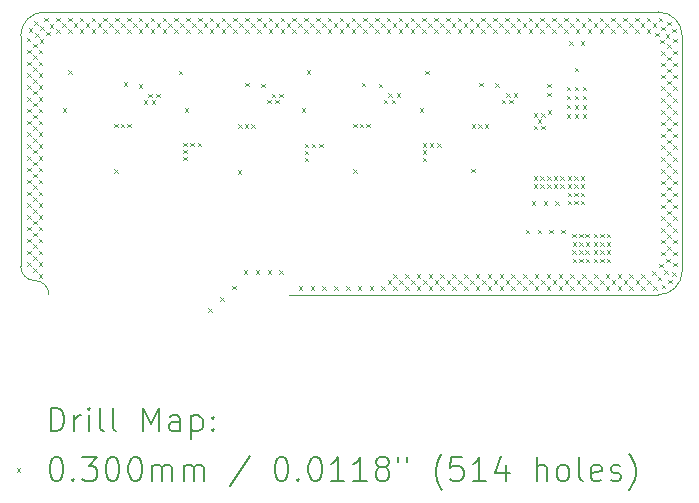
<source format=gbr>
%FSLAX45Y45*%
G04 Gerber Fmt 4.5, Leading zero omitted, Abs format (unit mm)*
G04 Created by KiCad (PCBNEW (6.0.4)) date 2022-07-06 17:36:03*
%MOMM*%
%LPD*%
G01*
G04 APERTURE LIST*
%TA.AperFunction,Profile*%
%ADD10C,0.050000*%
%TD*%
%ADD11C,0.200000*%
%ADD12C,0.030000*%
G04 APERTURE END LIST*
D10*
X6400000Y3394062D02*
X1200000Y3394062D01*
X6600062Y3194000D02*
X6600000Y1200000D01*
X3270000Y1000000D02*
X6399938Y999938D01*
X6600062Y3194000D02*
G75*
G03*
X6400000Y3394062I-200062J0D01*
G01*
X1200000Y3394062D02*
G75*
G03*
X999938Y3194000I0J-200062D01*
G01*
X999867Y1240133D02*
G75*
G03*
X1119933Y1120067I120063J-3D01*
G01*
X1239997Y1000000D02*
G75*
G03*
X1119933Y1120067I-120067J0D01*
G01*
X6399938Y999940D02*
G75*
G03*
X6600000Y1200000I2J200060D01*
G01*
X999938Y3194000D02*
X999867Y1240133D01*
D11*
D12*
X1052000Y3175000D02*
X1082000Y3145000D01*
X1082000Y3175000D02*
X1052000Y3145000D01*
X1054000Y3074000D02*
X1084000Y3044000D01*
X1084000Y3074000D02*
X1054000Y3044000D01*
X1054000Y2974000D02*
X1084000Y2944000D01*
X1084000Y2974000D02*
X1054000Y2944000D01*
X1054000Y2874000D02*
X1084000Y2844000D01*
X1084000Y2874000D02*
X1054000Y2844000D01*
X1054000Y2774000D02*
X1084000Y2744000D01*
X1084000Y2774000D02*
X1054000Y2744000D01*
X1054000Y2674000D02*
X1084000Y2644000D01*
X1084000Y2674000D02*
X1054000Y2644000D01*
X1054000Y2574000D02*
X1084000Y2544000D01*
X1084000Y2574000D02*
X1054000Y2544000D01*
X1054000Y2474000D02*
X1084000Y2444000D01*
X1084000Y2474000D02*
X1054000Y2444000D01*
X1054000Y2374000D02*
X1084000Y2344000D01*
X1084000Y2374000D02*
X1054000Y2344000D01*
X1054000Y2274000D02*
X1084000Y2244000D01*
X1084000Y2274000D02*
X1054000Y2244000D01*
X1054000Y2174000D02*
X1084000Y2144000D01*
X1084000Y2174000D02*
X1054000Y2144000D01*
X1054000Y2074000D02*
X1084000Y2044000D01*
X1084000Y2074000D02*
X1054000Y2044000D01*
X1054000Y1974000D02*
X1084000Y1944000D01*
X1084000Y1974000D02*
X1054000Y1944000D01*
X1054000Y1874000D02*
X1084000Y1844000D01*
X1084000Y1874000D02*
X1054000Y1844000D01*
X1054000Y1774000D02*
X1084000Y1744000D01*
X1084000Y1774000D02*
X1054000Y1744000D01*
X1054000Y1674000D02*
X1084000Y1644000D01*
X1084000Y1674000D02*
X1054000Y1644000D01*
X1054000Y1574000D02*
X1084000Y1544000D01*
X1084000Y1574000D02*
X1054000Y1544000D01*
X1054000Y1474000D02*
X1084000Y1444000D01*
X1084000Y1474000D02*
X1054000Y1444000D01*
X1054000Y1374000D02*
X1084000Y1344000D01*
X1084000Y1374000D02*
X1054000Y1344000D01*
X1054000Y1274000D02*
X1084000Y1244000D01*
X1084000Y1274000D02*
X1054000Y1244000D01*
X1070000Y3255000D02*
X1100000Y3225000D01*
X1100000Y3255000D02*
X1070000Y3225000D01*
X1104000Y3126000D02*
X1134000Y3096000D01*
X1134000Y3126000D02*
X1104000Y3096000D01*
X1104000Y3026000D02*
X1134000Y2996000D01*
X1134000Y3026000D02*
X1104000Y2996000D01*
X1104000Y2926000D02*
X1134000Y2896000D01*
X1134000Y2926000D02*
X1104000Y2896000D01*
X1104000Y2826000D02*
X1134000Y2796000D01*
X1134000Y2826000D02*
X1104000Y2796000D01*
X1104000Y2726000D02*
X1134000Y2696000D01*
X1134000Y2726000D02*
X1104000Y2696000D01*
X1104000Y2626000D02*
X1134000Y2596000D01*
X1134000Y2626000D02*
X1104000Y2596000D01*
X1104000Y2526000D02*
X1134000Y2496000D01*
X1134000Y2526000D02*
X1104000Y2496000D01*
X1104000Y2426000D02*
X1134000Y2396000D01*
X1134000Y2426000D02*
X1104000Y2396000D01*
X1104000Y2326000D02*
X1134000Y2296000D01*
X1134000Y2326000D02*
X1104000Y2296000D01*
X1104000Y2226000D02*
X1134000Y2196000D01*
X1134000Y2226000D02*
X1104000Y2196000D01*
X1104000Y2126000D02*
X1134000Y2096000D01*
X1134000Y2126000D02*
X1104000Y2096000D01*
X1104000Y2026000D02*
X1134000Y1996000D01*
X1134000Y2026000D02*
X1104000Y1996000D01*
X1104000Y1926000D02*
X1134000Y1896000D01*
X1134000Y1926000D02*
X1104000Y1896000D01*
X1104000Y1826000D02*
X1134000Y1796000D01*
X1134000Y1826000D02*
X1104000Y1796000D01*
X1104000Y1726000D02*
X1134000Y1696000D01*
X1134000Y1726000D02*
X1104000Y1696000D01*
X1104000Y1626000D02*
X1134000Y1596000D01*
X1134000Y1626000D02*
X1104000Y1596000D01*
X1104000Y1526000D02*
X1134000Y1496000D01*
X1134000Y1526000D02*
X1104000Y1496000D01*
X1104000Y1426000D02*
X1134000Y1396000D01*
X1134000Y1426000D02*
X1104000Y1396000D01*
X1104000Y1326000D02*
X1134000Y1296000D01*
X1134000Y1326000D02*
X1104000Y1296000D01*
X1104000Y1224000D02*
X1134000Y1194000D01*
X1134000Y1224000D02*
X1104000Y1194000D01*
X1115000Y3317000D02*
X1145000Y3287000D01*
X1145000Y3317000D02*
X1115000Y3287000D01*
X1121000Y3214000D02*
X1151000Y3184000D01*
X1151000Y3214000D02*
X1121000Y3184000D01*
X1154000Y3074000D02*
X1184000Y3044000D01*
X1184000Y3074000D02*
X1154000Y3044000D01*
X1154000Y2974000D02*
X1184000Y2944000D01*
X1184000Y2974000D02*
X1154000Y2944000D01*
X1154000Y2874000D02*
X1184000Y2844000D01*
X1184000Y2874000D02*
X1154000Y2844000D01*
X1154000Y2774000D02*
X1184000Y2744000D01*
X1184000Y2774000D02*
X1154000Y2744000D01*
X1154000Y2674000D02*
X1184000Y2644000D01*
X1184000Y2674000D02*
X1154000Y2644000D01*
X1154000Y2574000D02*
X1184000Y2544000D01*
X1184000Y2574000D02*
X1154000Y2544000D01*
X1154000Y2474000D02*
X1184000Y2444000D01*
X1184000Y2474000D02*
X1154000Y2444000D01*
X1154000Y2374000D02*
X1184000Y2344000D01*
X1184000Y2374000D02*
X1154000Y2344000D01*
X1154000Y2274000D02*
X1184000Y2244000D01*
X1184000Y2274000D02*
X1154000Y2244000D01*
X1154000Y2174000D02*
X1184000Y2144000D01*
X1184000Y2174000D02*
X1154000Y2144000D01*
X1154000Y2074000D02*
X1184000Y2044000D01*
X1184000Y2074000D02*
X1154000Y2044000D01*
X1154000Y1974000D02*
X1184000Y1944000D01*
X1184000Y1974000D02*
X1154000Y1944000D01*
X1154000Y1874000D02*
X1184000Y1844000D01*
X1184000Y1874000D02*
X1154000Y1844000D01*
X1154000Y1774000D02*
X1184000Y1744000D01*
X1184000Y1774000D02*
X1154000Y1744000D01*
X1154000Y1674000D02*
X1184000Y1644000D01*
X1184000Y1674000D02*
X1154000Y1644000D01*
X1154000Y1574000D02*
X1184000Y1544000D01*
X1184000Y1574000D02*
X1154000Y1544000D01*
X1154000Y1474000D02*
X1184000Y1444000D01*
X1184000Y1474000D02*
X1154000Y1444000D01*
X1154000Y1374000D02*
X1184000Y1344000D01*
X1184000Y1374000D02*
X1154000Y1344000D01*
X1154000Y1274000D02*
X1184000Y1244000D01*
X1184000Y1274000D02*
X1154000Y1244000D01*
X1154000Y1174000D02*
X1184000Y1144000D01*
X1184000Y1174000D02*
X1154000Y1144000D01*
X1163000Y3162000D02*
X1193000Y3132000D01*
X1193000Y3162000D02*
X1163000Y3132000D01*
X1165000Y3272000D02*
X1195000Y3242000D01*
X1195000Y3272000D02*
X1165000Y3242000D01*
X1201000Y3347000D02*
X1231000Y3317000D01*
X1231000Y3347000D02*
X1201000Y3317000D01*
X1214000Y3228000D02*
X1244000Y3198000D01*
X1244000Y3228000D02*
X1214000Y3198000D01*
X1244000Y3292000D02*
X1274000Y3262000D01*
X1274000Y3292000D02*
X1244000Y3262000D01*
X1301000Y3347000D02*
X1331000Y3317000D01*
X1331000Y3347000D02*
X1301000Y3317000D01*
X1301000Y3247000D02*
X1331000Y3217000D01*
X1331000Y3247000D02*
X1301000Y3217000D01*
X1351000Y3297000D02*
X1381000Y3267000D01*
X1381000Y3297000D02*
X1351000Y3267000D01*
X1357000Y2579000D02*
X1387000Y2549000D01*
X1387000Y2579000D02*
X1357000Y2549000D01*
X1401000Y3347000D02*
X1431000Y3317000D01*
X1431000Y3347000D02*
X1401000Y3317000D01*
X1401000Y3247000D02*
X1431000Y3217000D01*
X1431000Y3247000D02*
X1401000Y3217000D01*
X1403000Y2899000D02*
X1433000Y2869000D01*
X1433000Y2899000D02*
X1403000Y2869000D01*
X1451000Y3297000D02*
X1481000Y3267000D01*
X1481000Y3297000D02*
X1451000Y3267000D01*
X1501000Y3347000D02*
X1531000Y3317000D01*
X1531000Y3347000D02*
X1501000Y3317000D01*
X1501000Y3247000D02*
X1531000Y3217000D01*
X1531000Y3247000D02*
X1501000Y3217000D01*
X1551000Y3297000D02*
X1581000Y3267000D01*
X1581000Y3297000D02*
X1551000Y3267000D01*
X1601000Y3347000D02*
X1631000Y3317000D01*
X1631000Y3347000D02*
X1601000Y3317000D01*
X1601000Y3247000D02*
X1631000Y3217000D01*
X1631000Y3247000D02*
X1601000Y3217000D01*
X1651000Y3297000D02*
X1681000Y3267000D01*
X1681000Y3297000D02*
X1651000Y3267000D01*
X1701000Y3347000D02*
X1731000Y3317000D01*
X1731000Y3347000D02*
X1701000Y3317000D01*
X1701000Y3247000D02*
X1731000Y3217000D01*
X1731000Y3247000D02*
X1701000Y3217000D01*
X1751000Y3297000D02*
X1781000Y3267000D01*
X1781000Y3297000D02*
X1751000Y3267000D01*
X1791000Y2062000D02*
X1821000Y2032000D01*
X1821000Y2062000D02*
X1791000Y2032000D01*
X1792000Y2447000D02*
X1822000Y2417000D01*
X1822000Y2447000D02*
X1792000Y2417000D01*
X1801000Y3347000D02*
X1831000Y3317000D01*
X1831000Y3347000D02*
X1801000Y3317000D01*
X1801000Y3247000D02*
X1831000Y3217000D01*
X1831000Y3247000D02*
X1801000Y3217000D01*
X1847000Y2447000D02*
X1877000Y2417000D01*
X1877000Y2447000D02*
X1847000Y2417000D01*
X1851000Y3297000D02*
X1881000Y3267000D01*
X1881000Y3297000D02*
X1851000Y3267000D01*
X1872000Y2799000D02*
X1902000Y2769000D01*
X1902000Y2799000D02*
X1872000Y2769000D01*
X1901000Y3347000D02*
X1931000Y3317000D01*
X1931000Y3347000D02*
X1901000Y3317000D01*
X1901000Y3247000D02*
X1931000Y3217000D01*
X1931000Y3247000D02*
X1901000Y3217000D01*
X1902000Y2447000D02*
X1932000Y2417000D01*
X1932000Y2447000D02*
X1902000Y2417000D01*
X1951000Y3297000D02*
X1981000Y3267000D01*
X1981000Y3297000D02*
X1951000Y3267000D01*
X2001000Y3347000D02*
X2031000Y3317000D01*
X2031000Y3347000D02*
X2001000Y3317000D01*
X2001000Y3247000D02*
X2031000Y3217000D01*
X2031000Y3247000D02*
X2001000Y3217000D01*
X2001000Y2781000D02*
X2031000Y2751000D01*
X2031000Y2781000D02*
X2001000Y2751000D01*
X2043000Y2649000D02*
X2073000Y2619000D01*
X2073000Y2649000D02*
X2043000Y2619000D01*
X2051000Y3297000D02*
X2081000Y3267000D01*
X2081000Y3297000D02*
X2051000Y3267000D01*
X2082000Y2701000D02*
X2112000Y2671000D01*
X2112000Y2701000D02*
X2082000Y2671000D01*
X2101000Y3347000D02*
X2131000Y3317000D01*
X2131000Y3347000D02*
X2101000Y3317000D01*
X2101000Y3247000D02*
X2131000Y3217000D01*
X2131000Y3247000D02*
X2101000Y3217000D01*
X2111000Y2649000D02*
X2141000Y2619000D01*
X2141000Y2649000D02*
X2111000Y2619000D01*
X2149000Y2701000D02*
X2179000Y2671000D01*
X2179000Y2701000D02*
X2149000Y2671000D01*
X2151000Y3297000D02*
X2181000Y3267000D01*
X2181000Y3297000D02*
X2151000Y3267000D01*
X2201000Y3347000D02*
X2231000Y3317000D01*
X2231000Y3347000D02*
X2201000Y3317000D01*
X2201000Y3247000D02*
X2231000Y3217000D01*
X2231000Y3247000D02*
X2201000Y3217000D01*
X2251000Y3297000D02*
X2281000Y3267000D01*
X2281000Y3297000D02*
X2251000Y3267000D01*
X2301000Y3347000D02*
X2331000Y3317000D01*
X2331000Y3347000D02*
X2301000Y3317000D01*
X2301000Y3247000D02*
X2331000Y3217000D01*
X2331000Y3247000D02*
X2301000Y3217000D01*
X2339000Y2896000D02*
X2369000Y2866000D01*
X2369000Y2896000D02*
X2339000Y2866000D01*
X2351000Y3297000D02*
X2381000Y3267000D01*
X2381000Y3297000D02*
X2351000Y3267000D01*
X2377000Y2288000D02*
X2407000Y2258000D01*
X2407000Y2288000D02*
X2377000Y2258000D01*
X2377000Y2228000D02*
X2407000Y2198000D01*
X2407000Y2228000D02*
X2377000Y2198000D01*
X2377000Y2168000D02*
X2407000Y2138000D01*
X2407000Y2168000D02*
X2377000Y2138000D01*
X2390000Y2578000D02*
X2420000Y2548000D01*
X2420000Y2578000D02*
X2390000Y2548000D01*
X2401000Y3347000D02*
X2431000Y3317000D01*
X2431000Y3347000D02*
X2401000Y3317000D01*
X2401000Y3247000D02*
X2431000Y3217000D01*
X2431000Y3247000D02*
X2401000Y3217000D01*
X2437000Y2288000D02*
X2467000Y2258000D01*
X2467000Y2288000D02*
X2437000Y2258000D01*
X2451000Y3297000D02*
X2481000Y3267000D01*
X2481000Y3297000D02*
X2451000Y3267000D01*
X2498000Y2288000D02*
X2528000Y2258000D01*
X2528000Y2288000D02*
X2498000Y2258000D01*
X2501000Y3347000D02*
X2531000Y3317000D01*
X2531000Y3347000D02*
X2501000Y3317000D01*
X2501000Y3247000D02*
X2531000Y3217000D01*
X2531000Y3247000D02*
X2501000Y3217000D01*
X2551000Y3297000D02*
X2581000Y3267000D01*
X2581000Y3297000D02*
X2551000Y3267000D01*
X2590000Y884000D02*
X2620000Y854000D01*
X2620000Y884000D02*
X2590000Y854000D01*
X2601000Y3347000D02*
X2631000Y3317000D01*
X2631000Y3347000D02*
X2601000Y3317000D01*
X2601000Y3247000D02*
X2631000Y3217000D01*
X2631000Y3247000D02*
X2601000Y3217000D01*
X2651000Y3297000D02*
X2681000Y3267000D01*
X2681000Y3297000D02*
X2651000Y3267000D01*
X2690000Y978000D02*
X2720000Y948000D01*
X2720000Y978000D02*
X2690000Y948000D01*
X2701000Y3347000D02*
X2731000Y3317000D01*
X2731000Y3347000D02*
X2701000Y3317000D01*
X2701000Y3247000D02*
X2731000Y3217000D01*
X2731000Y3247000D02*
X2701000Y3217000D01*
X2751000Y3297000D02*
X2781000Y3267000D01*
X2781000Y3297000D02*
X2751000Y3267000D01*
X2789333Y1076000D02*
X2819333Y1046000D01*
X2819333Y1076000D02*
X2789333Y1046000D01*
X2801000Y3347000D02*
X2831000Y3317000D01*
X2831000Y3347000D02*
X2801000Y3317000D01*
X2801000Y3247000D02*
X2831000Y3217000D01*
X2831000Y3247000D02*
X2801000Y3217000D01*
X2836000Y2056000D02*
X2866000Y2026000D01*
X2866000Y2056000D02*
X2836000Y2026000D01*
X2843000Y2445000D02*
X2873000Y2415000D01*
X2873000Y2445000D02*
X2843000Y2415000D01*
X2851000Y3297000D02*
X2881000Y3267000D01*
X2881000Y3297000D02*
X2851000Y3267000D01*
X2889500Y1209500D02*
X2919500Y1179500D01*
X2919500Y1209500D02*
X2889500Y1179500D01*
X2898000Y2445000D02*
X2928000Y2415000D01*
X2928000Y2445000D02*
X2898000Y2415000D01*
X2901000Y3347000D02*
X2931000Y3317000D01*
X2931000Y3347000D02*
X2901000Y3317000D01*
X2901000Y3247000D02*
X2931000Y3217000D01*
X2931000Y3247000D02*
X2901000Y3217000D01*
X2903000Y2794000D02*
X2933000Y2764000D01*
X2933000Y2794000D02*
X2903000Y2764000D01*
X2951000Y3297000D02*
X2981000Y3267000D01*
X2981000Y3297000D02*
X2951000Y3267000D01*
X2953000Y2445000D02*
X2983000Y2415000D01*
X2983000Y2445000D02*
X2953000Y2415000D01*
X2989666Y1209500D02*
X3019666Y1179500D01*
X3019666Y1209500D02*
X2989666Y1179500D01*
X3001000Y3347000D02*
X3031000Y3317000D01*
X3031000Y3347000D02*
X3001000Y3317000D01*
X3001000Y3247000D02*
X3031000Y3217000D01*
X3031000Y3247000D02*
X3001000Y3217000D01*
X3038000Y2787000D02*
X3068000Y2757000D01*
X3068000Y2787000D02*
X3038000Y2757000D01*
X3051000Y3297000D02*
X3081000Y3267000D01*
X3081000Y3297000D02*
X3051000Y3267000D01*
X3089000Y2652000D02*
X3119000Y2622000D01*
X3119000Y2652000D02*
X3089000Y2622000D01*
X3089833Y1209500D02*
X3119833Y1179500D01*
X3119833Y1209500D02*
X3089833Y1179500D01*
X3101000Y3347000D02*
X3131000Y3317000D01*
X3131000Y3347000D02*
X3101000Y3317000D01*
X3101000Y3247000D02*
X3131000Y3217000D01*
X3131000Y3247000D02*
X3101000Y3217000D01*
X3126000Y2701000D02*
X3156000Y2671000D01*
X3156000Y2701000D02*
X3126000Y2671000D01*
X3151000Y3297000D02*
X3181000Y3267000D01*
X3181000Y3297000D02*
X3151000Y3267000D01*
X3154000Y2652000D02*
X3184000Y2622000D01*
X3184000Y2652000D02*
X3154000Y2622000D01*
X3191000Y2701000D02*
X3221000Y2671000D01*
X3221000Y2701000D02*
X3191000Y2671000D01*
X3191000Y1209500D02*
X3221000Y1179500D01*
X3221000Y1209500D02*
X3191000Y1179500D01*
X3201000Y3347000D02*
X3231000Y3317000D01*
X3231000Y3347000D02*
X3201000Y3317000D01*
X3201000Y3247000D02*
X3231000Y3217000D01*
X3231000Y3247000D02*
X3201000Y3217000D01*
X3251000Y3297000D02*
X3281000Y3267000D01*
X3281000Y3297000D02*
X3251000Y3267000D01*
X3301000Y3347000D02*
X3331000Y3317000D01*
X3331000Y3347000D02*
X3301000Y3317000D01*
X3301000Y3247000D02*
X3331000Y3217000D01*
X3331000Y3247000D02*
X3301000Y3217000D01*
X3351000Y3297000D02*
X3381000Y3267000D01*
X3381000Y3297000D02*
X3351000Y3267000D01*
X3354000Y1074000D02*
X3384000Y1044000D01*
X3384000Y1074000D02*
X3354000Y1044000D01*
X3378000Y2579000D02*
X3408000Y2549000D01*
X3408000Y2579000D02*
X3378000Y2549000D01*
X3401000Y3347000D02*
X3431000Y3317000D01*
X3431000Y3347000D02*
X3401000Y3317000D01*
X3401000Y3247000D02*
X3431000Y3217000D01*
X3431000Y3247000D02*
X3401000Y3217000D01*
X3405000Y2279000D02*
X3435000Y2249000D01*
X3435000Y2279000D02*
X3405000Y2249000D01*
X3405000Y2219000D02*
X3435000Y2189000D01*
X3435000Y2219000D02*
X3405000Y2189000D01*
X3405000Y2159000D02*
X3435000Y2129000D01*
X3435000Y2159000D02*
X3405000Y2129000D01*
X3423000Y2902000D02*
X3453000Y2872000D01*
X3453000Y2902000D02*
X3423000Y2872000D01*
X3451000Y3297000D02*
X3481000Y3267000D01*
X3481000Y3297000D02*
X3451000Y3267000D01*
X3454000Y1074000D02*
X3484000Y1044000D01*
X3484000Y1074000D02*
X3454000Y1044000D01*
X3465000Y2279000D02*
X3495000Y2249000D01*
X3495000Y2279000D02*
X3465000Y2249000D01*
X3501000Y3347000D02*
X3531000Y3317000D01*
X3531000Y3347000D02*
X3501000Y3317000D01*
X3501000Y3247000D02*
X3531000Y3217000D01*
X3531000Y3247000D02*
X3501000Y3217000D01*
X3526000Y2279000D02*
X3556000Y2249000D01*
X3556000Y2279000D02*
X3526000Y2249000D01*
X3551000Y3297000D02*
X3581000Y3267000D01*
X3581000Y3297000D02*
X3551000Y3267000D01*
X3554000Y1074000D02*
X3584000Y1044000D01*
X3584000Y1074000D02*
X3554000Y1044000D01*
X3601000Y3347000D02*
X3631000Y3317000D01*
X3631000Y3347000D02*
X3601000Y3317000D01*
X3601000Y3247000D02*
X3631000Y3217000D01*
X3631000Y3247000D02*
X3601000Y3217000D01*
X3651000Y3297000D02*
X3681000Y3267000D01*
X3681000Y3297000D02*
X3651000Y3267000D01*
X3654000Y1074000D02*
X3684000Y1044000D01*
X3684000Y1074000D02*
X3654000Y1044000D01*
X3701000Y3347000D02*
X3731000Y3317000D01*
X3731000Y3347000D02*
X3701000Y3317000D01*
X3701000Y3247000D02*
X3731000Y3217000D01*
X3731000Y3247000D02*
X3701000Y3217000D01*
X3751000Y3297000D02*
X3781000Y3267000D01*
X3781000Y3297000D02*
X3751000Y3267000D01*
X3754000Y1074000D02*
X3784000Y1044000D01*
X3784000Y1074000D02*
X3754000Y1044000D01*
X3801000Y3347000D02*
X3831000Y3317000D01*
X3831000Y3347000D02*
X3801000Y3317000D01*
X3801000Y3247000D02*
X3831000Y3217000D01*
X3831000Y3247000D02*
X3801000Y3217000D01*
X3815000Y2447000D02*
X3845000Y2417000D01*
X3845000Y2447000D02*
X3815000Y2417000D01*
X3816000Y2062000D02*
X3846000Y2032000D01*
X3846000Y2062000D02*
X3816000Y2032000D01*
X3851000Y3297000D02*
X3881000Y3267000D01*
X3881000Y3297000D02*
X3851000Y3267000D01*
X3854000Y1074000D02*
X3884000Y1044000D01*
X3884000Y1074000D02*
X3854000Y1044000D01*
X3870000Y2447000D02*
X3900000Y2417000D01*
X3900000Y2447000D02*
X3870000Y2417000D01*
X3888000Y2795000D02*
X3918000Y2765000D01*
X3918000Y2795000D02*
X3888000Y2765000D01*
X3901000Y3347000D02*
X3931000Y3317000D01*
X3931000Y3347000D02*
X3901000Y3317000D01*
X3901000Y3247000D02*
X3931000Y3217000D01*
X3931000Y3247000D02*
X3901000Y3217000D01*
X3925000Y2447000D02*
X3955000Y2417000D01*
X3955000Y2447000D02*
X3925000Y2417000D01*
X3951000Y3297000D02*
X3981000Y3267000D01*
X3981000Y3297000D02*
X3951000Y3267000D01*
X3954000Y1074000D02*
X3984000Y1044000D01*
X3984000Y1074000D02*
X3954000Y1044000D01*
X4001000Y3347000D02*
X4031000Y3317000D01*
X4031000Y3347000D02*
X4001000Y3317000D01*
X4001000Y3247000D02*
X4031000Y3217000D01*
X4031000Y3247000D02*
X4001000Y3217000D01*
X4032000Y2788000D02*
X4062000Y2758000D01*
X4062000Y2788000D02*
X4032000Y2758000D01*
X4051000Y3297000D02*
X4081000Y3267000D01*
X4081000Y3297000D02*
X4051000Y3267000D01*
X4054000Y1074000D02*
X4084000Y1044000D01*
X4084000Y1074000D02*
X4054000Y1044000D01*
X4073000Y2653000D02*
X4103000Y2623000D01*
X4103000Y2653000D02*
X4073000Y2623000D01*
X4101000Y3347000D02*
X4131000Y3317000D01*
X4131000Y3347000D02*
X4101000Y3317000D01*
X4101000Y3247000D02*
X4131000Y3217000D01*
X4131000Y3247000D02*
X4101000Y3217000D01*
X4106000Y1123000D02*
X4136000Y1093000D01*
X4136000Y1123000D02*
X4106000Y1093000D01*
X4113000Y2706000D02*
X4143000Y2676000D01*
X4143000Y2706000D02*
X4113000Y2676000D01*
X4142000Y2653000D02*
X4172000Y2623000D01*
X4172000Y2653000D02*
X4142000Y2623000D01*
X4151000Y3297000D02*
X4181000Y3267000D01*
X4181000Y3297000D02*
X4151000Y3267000D01*
X4154000Y1174000D02*
X4184000Y1144000D01*
X4184000Y1174000D02*
X4154000Y1144000D01*
X4154000Y1074000D02*
X4184000Y1044000D01*
X4184000Y1074000D02*
X4154000Y1044000D01*
X4182000Y2706000D02*
X4212000Y2676000D01*
X4212000Y2706000D02*
X4182000Y2676000D01*
X4201000Y3347000D02*
X4231000Y3317000D01*
X4231000Y3347000D02*
X4201000Y3317000D01*
X4201000Y3247000D02*
X4231000Y3217000D01*
X4231000Y3247000D02*
X4201000Y3217000D01*
X4206000Y1123000D02*
X4236000Y1093000D01*
X4236000Y1123000D02*
X4206000Y1093000D01*
X4251000Y3297000D02*
X4281000Y3267000D01*
X4281000Y3297000D02*
X4251000Y3267000D01*
X4254000Y1174000D02*
X4284000Y1144000D01*
X4284000Y1174000D02*
X4254000Y1144000D01*
X4254000Y1074000D02*
X4284000Y1044000D01*
X4284000Y1074000D02*
X4254000Y1044000D01*
X4301000Y3347000D02*
X4331000Y3317000D01*
X4331000Y3347000D02*
X4301000Y3317000D01*
X4301000Y3247000D02*
X4331000Y3217000D01*
X4331000Y3247000D02*
X4301000Y3217000D01*
X4306000Y1123000D02*
X4336000Y1093000D01*
X4336000Y1123000D02*
X4306000Y1093000D01*
X4351000Y3297000D02*
X4381000Y3267000D01*
X4381000Y3297000D02*
X4351000Y3267000D01*
X4354000Y1174000D02*
X4384000Y1144000D01*
X4384000Y1174000D02*
X4354000Y1144000D01*
X4354000Y1074000D02*
X4384000Y1044000D01*
X4384000Y1074000D02*
X4354000Y1044000D01*
X4380000Y2579000D02*
X4410000Y2549000D01*
X4410000Y2579000D02*
X4380000Y2549000D01*
X4401000Y3347000D02*
X4431000Y3317000D01*
X4431000Y3347000D02*
X4401000Y3317000D01*
X4401000Y3247000D02*
X4431000Y3217000D01*
X4431000Y3247000D02*
X4401000Y3217000D01*
X4404000Y2282000D02*
X4434000Y2252000D01*
X4434000Y2282000D02*
X4404000Y2252000D01*
X4404000Y2222000D02*
X4434000Y2192000D01*
X4434000Y2222000D02*
X4404000Y2192000D01*
X4404000Y2162000D02*
X4434000Y2132000D01*
X4434000Y2162000D02*
X4404000Y2132000D01*
X4406000Y1123000D02*
X4436000Y1093000D01*
X4436000Y1123000D02*
X4406000Y1093000D01*
X4426000Y2898000D02*
X4456000Y2868000D01*
X4456000Y2898000D02*
X4426000Y2868000D01*
X4451000Y3297000D02*
X4481000Y3267000D01*
X4481000Y3297000D02*
X4451000Y3267000D01*
X4454000Y1174000D02*
X4484000Y1144000D01*
X4484000Y1174000D02*
X4454000Y1144000D01*
X4454000Y1074000D02*
X4484000Y1044000D01*
X4484000Y1074000D02*
X4454000Y1044000D01*
X4464000Y2282000D02*
X4494000Y2252000D01*
X4494000Y2282000D02*
X4464000Y2252000D01*
X4501000Y3347000D02*
X4531000Y3317000D01*
X4531000Y3347000D02*
X4501000Y3317000D01*
X4501000Y3247000D02*
X4531000Y3217000D01*
X4531000Y3247000D02*
X4501000Y3217000D01*
X4506000Y1123000D02*
X4536000Y1093000D01*
X4536000Y1123000D02*
X4506000Y1093000D01*
X4525000Y2282000D02*
X4555000Y2252000D01*
X4555000Y2282000D02*
X4525000Y2252000D01*
X4551000Y3297000D02*
X4581000Y3267000D01*
X4581000Y3297000D02*
X4551000Y3267000D01*
X4554000Y1174000D02*
X4584000Y1144000D01*
X4584000Y1174000D02*
X4554000Y1144000D01*
X4554000Y1074000D02*
X4584000Y1044000D01*
X4584000Y1074000D02*
X4554000Y1044000D01*
X4601000Y3347000D02*
X4631000Y3317000D01*
X4631000Y3347000D02*
X4601000Y3317000D01*
X4601000Y3247000D02*
X4631000Y3217000D01*
X4631000Y3247000D02*
X4601000Y3217000D01*
X4606000Y1123000D02*
X4636000Y1093000D01*
X4636000Y1123000D02*
X4606000Y1093000D01*
X4651000Y3297000D02*
X4681000Y3267000D01*
X4681000Y3297000D02*
X4651000Y3267000D01*
X4654000Y1174000D02*
X4684000Y1144000D01*
X4684000Y1174000D02*
X4654000Y1144000D01*
X4654000Y1074000D02*
X4684000Y1044000D01*
X4684000Y1074000D02*
X4654000Y1044000D01*
X4701000Y3347000D02*
X4731000Y3317000D01*
X4731000Y3347000D02*
X4701000Y3317000D01*
X4701000Y3247000D02*
X4731000Y3217000D01*
X4731000Y3247000D02*
X4701000Y3217000D01*
X4706000Y1123000D02*
X4736000Y1093000D01*
X4736000Y1123000D02*
X4706000Y1093000D01*
X4751000Y3297000D02*
X4781000Y3267000D01*
X4781000Y3297000D02*
X4751000Y3267000D01*
X4754000Y1174000D02*
X4784000Y1144000D01*
X4784000Y1174000D02*
X4754000Y1144000D01*
X4754000Y1074000D02*
X4784000Y1044000D01*
X4784000Y1074000D02*
X4754000Y1044000D01*
X4801000Y3347000D02*
X4831000Y3317000D01*
X4831000Y3347000D02*
X4801000Y3317000D01*
X4801000Y3247000D02*
X4831000Y3217000D01*
X4831000Y3247000D02*
X4801000Y3217000D01*
X4806000Y1123000D02*
X4836000Y1093000D01*
X4836000Y1123000D02*
X4806000Y1093000D01*
X4816000Y2068000D02*
X4846000Y2038000D01*
X4846000Y2068000D02*
X4816000Y2038000D01*
X4818000Y2446000D02*
X4848000Y2416000D01*
X4848000Y2446000D02*
X4818000Y2416000D01*
X4851000Y3297000D02*
X4881000Y3267000D01*
X4881000Y3297000D02*
X4851000Y3267000D01*
X4854000Y1174000D02*
X4884000Y1144000D01*
X4884000Y1174000D02*
X4854000Y1144000D01*
X4854000Y1074000D02*
X4884000Y1044000D01*
X4884000Y1074000D02*
X4854000Y1044000D01*
X4873000Y2446000D02*
X4903000Y2416000D01*
X4903000Y2446000D02*
X4873000Y2416000D01*
X4883000Y2795000D02*
X4913000Y2765000D01*
X4913000Y2795000D02*
X4883000Y2765000D01*
X4901000Y3347000D02*
X4931000Y3317000D01*
X4931000Y3347000D02*
X4901000Y3317000D01*
X4901000Y3247000D02*
X4931000Y3217000D01*
X4931000Y3247000D02*
X4901000Y3217000D01*
X4906000Y1123000D02*
X4936000Y1093000D01*
X4936000Y1123000D02*
X4906000Y1093000D01*
X4928000Y2446000D02*
X4958000Y2416000D01*
X4958000Y2446000D02*
X4928000Y2416000D01*
X4951000Y3297000D02*
X4981000Y3267000D01*
X4981000Y3297000D02*
X4951000Y3267000D01*
X4954000Y1174000D02*
X4984000Y1144000D01*
X4984000Y1174000D02*
X4954000Y1144000D01*
X4954000Y1074000D02*
X4984000Y1044000D01*
X4984000Y1074000D02*
X4954000Y1044000D01*
X5001000Y3347000D02*
X5031000Y3317000D01*
X5031000Y3347000D02*
X5001000Y3317000D01*
X5001000Y3247000D02*
X5031000Y3217000D01*
X5031000Y3247000D02*
X5001000Y3217000D01*
X5006000Y1123000D02*
X5036000Y1093000D01*
X5036000Y1123000D02*
X5006000Y1093000D01*
X5017000Y2793000D02*
X5047000Y2763000D01*
X5047000Y2793000D02*
X5017000Y2763000D01*
X5051000Y3297000D02*
X5081000Y3267000D01*
X5081000Y3297000D02*
X5051000Y3267000D01*
X5054000Y1174000D02*
X5084000Y1144000D01*
X5084000Y1174000D02*
X5054000Y1144000D01*
X5054000Y1074000D02*
X5084000Y1044000D01*
X5084000Y1074000D02*
X5054000Y1044000D01*
X5071000Y2653000D02*
X5101000Y2623000D01*
X5101000Y2653000D02*
X5071000Y2623000D01*
X5101000Y3347000D02*
X5131000Y3317000D01*
X5131000Y3347000D02*
X5101000Y3317000D01*
X5101000Y3247000D02*
X5131000Y3217000D01*
X5131000Y3247000D02*
X5101000Y3217000D01*
X5106000Y1123000D02*
X5136000Y1093000D01*
X5136000Y1123000D02*
X5106000Y1093000D01*
X5111000Y2705000D02*
X5141000Y2675000D01*
X5141000Y2705000D02*
X5111000Y2675000D01*
X5135000Y2653000D02*
X5165000Y2623000D01*
X5165000Y2653000D02*
X5135000Y2623000D01*
X5151000Y3297000D02*
X5181000Y3267000D01*
X5181000Y3297000D02*
X5151000Y3267000D01*
X5154000Y1174000D02*
X5184000Y1144000D01*
X5184000Y1174000D02*
X5154000Y1144000D01*
X5154000Y1074000D02*
X5184000Y1044000D01*
X5184000Y1074000D02*
X5154000Y1044000D01*
X5175000Y2705000D02*
X5205000Y2675000D01*
X5205000Y2705000D02*
X5175000Y2675000D01*
X5201000Y3347000D02*
X5231000Y3317000D01*
X5231000Y3347000D02*
X5201000Y3317000D01*
X5201000Y3247000D02*
X5231000Y3217000D01*
X5231000Y3247000D02*
X5201000Y3217000D01*
X5206000Y1123000D02*
X5236000Y1093000D01*
X5236000Y1123000D02*
X5206000Y1093000D01*
X5251000Y3297000D02*
X5281000Y3267000D01*
X5281000Y3297000D02*
X5251000Y3267000D01*
X5254000Y1174000D02*
X5284000Y1144000D01*
X5284000Y1174000D02*
X5254000Y1144000D01*
X5254000Y1074000D02*
X5284000Y1044000D01*
X5284000Y1074000D02*
X5254000Y1044000D01*
X5277500Y1550000D02*
X5307500Y1520000D01*
X5307500Y1550000D02*
X5277500Y1520000D01*
X5301000Y3347000D02*
X5331000Y3317000D01*
X5331000Y3347000D02*
X5301000Y3317000D01*
X5301000Y3247000D02*
X5331000Y3217000D01*
X5331000Y3247000D02*
X5301000Y3217000D01*
X5306000Y1123000D02*
X5336000Y1093000D01*
X5336000Y1123000D02*
X5306000Y1093000D01*
X5327000Y1793500D02*
X5357000Y1763500D01*
X5357000Y1793500D02*
X5327000Y1763500D01*
X5343000Y2537000D02*
X5373000Y2507000D01*
X5373000Y2537000D02*
X5343000Y2507000D01*
X5343000Y2004500D02*
X5373000Y1974500D01*
X5373000Y2004500D02*
X5343000Y1974500D01*
X5344000Y1934500D02*
X5374000Y1904500D01*
X5374000Y1934500D02*
X5344000Y1904500D01*
X5345000Y2430000D02*
X5375000Y2400000D01*
X5375000Y2430000D02*
X5345000Y2400000D01*
X5351000Y3297000D02*
X5381000Y3267000D01*
X5381000Y3297000D02*
X5351000Y3267000D01*
X5354000Y1174000D02*
X5384000Y1144000D01*
X5384000Y1174000D02*
X5354000Y1144000D01*
X5354000Y1074000D02*
X5384000Y1044000D01*
X5384000Y1074000D02*
X5354000Y1044000D01*
X5376000Y2484000D02*
X5406000Y2454000D01*
X5406000Y2484000D02*
X5376000Y2454000D01*
X5377000Y1549500D02*
X5407000Y1519500D01*
X5407000Y1549500D02*
X5377000Y1519500D01*
X5398000Y2004500D02*
X5428000Y1974500D01*
X5428000Y2004500D02*
X5398000Y1974500D01*
X5399000Y1934500D02*
X5429000Y1904500D01*
X5429000Y1934500D02*
X5399000Y1904500D01*
X5401000Y3347000D02*
X5431000Y3317000D01*
X5431000Y3347000D02*
X5401000Y3317000D01*
X5401000Y3247000D02*
X5431000Y3217000D01*
X5431000Y3247000D02*
X5401000Y3217000D01*
X5405000Y2537000D02*
X5435000Y2507000D01*
X5435000Y2537000D02*
X5405000Y2507000D01*
X5405000Y2430000D02*
X5435000Y2400000D01*
X5435000Y2430000D02*
X5405000Y2400000D01*
X5406000Y1123000D02*
X5436000Y1093000D01*
X5436000Y1123000D02*
X5406000Y1093000D01*
X5427000Y1793500D02*
X5457000Y1763500D01*
X5457000Y1793500D02*
X5427000Y1763500D01*
X5451000Y3297000D02*
X5481000Y3267000D01*
X5481000Y3297000D02*
X5451000Y3267000D01*
X5454000Y1174000D02*
X5484000Y1144000D01*
X5484000Y1174000D02*
X5454000Y1144000D01*
X5454000Y1074000D02*
X5484000Y1044000D01*
X5484000Y1074000D02*
X5454000Y1044000D01*
X5458000Y2004500D02*
X5488000Y1974500D01*
X5488000Y2004500D02*
X5458000Y1974500D01*
X5459000Y2709000D02*
X5489000Y2679000D01*
X5489000Y2709000D02*
X5459000Y2679000D01*
X5459000Y1934500D02*
X5489000Y1904500D01*
X5489000Y1934500D02*
X5459000Y1904500D01*
X5460000Y2785000D02*
X5490000Y2755000D01*
X5490000Y2785000D02*
X5460000Y2755000D01*
X5462000Y2561000D02*
X5492000Y2531000D01*
X5492000Y2561000D02*
X5462000Y2531000D01*
X5477000Y1549500D02*
X5507000Y1519500D01*
X5507000Y1549500D02*
X5477000Y1519500D01*
X5501000Y3347000D02*
X5531000Y3317000D01*
X5531000Y3347000D02*
X5501000Y3317000D01*
X5501000Y3247000D02*
X5531000Y3217000D01*
X5531000Y3247000D02*
X5501000Y3217000D01*
X5506000Y1123000D02*
X5536000Y1093000D01*
X5536000Y1123000D02*
X5506000Y1093000D01*
X5513000Y2004500D02*
X5543000Y1974500D01*
X5543000Y2004500D02*
X5513000Y1974500D01*
X5514000Y1934500D02*
X5544000Y1904500D01*
X5544000Y1934500D02*
X5514000Y1904500D01*
X5527000Y1793500D02*
X5557000Y1763500D01*
X5557000Y1793500D02*
X5527000Y1763500D01*
X5551000Y3297000D02*
X5581000Y3267000D01*
X5581000Y3297000D02*
X5551000Y3267000D01*
X5554000Y1174000D02*
X5584000Y1144000D01*
X5584000Y1174000D02*
X5554000Y1144000D01*
X5554000Y1074000D02*
X5584000Y1044000D01*
X5584000Y1074000D02*
X5554000Y1044000D01*
X5568000Y2004500D02*
X5598000Y1974500D01*
X5598000Y2004500D02*
X5568000Y1974500D01*
X5569000Y1934500D02*
X5599000Y1904500D01*
X5599000Y1934500D02*
X5569000Y1904500D01*
X5577000Y1549500D02*
X5607000Y1519500D01*
X5607000Y1549500D02*
X5577000Y1519500D01*
X5601000Y3347000D02*
X5631000Y3317000D01*
X5631000Y3347000D02*
X5601000Y3317000D01*
X5601000Y3247000D02*
X5631000Y3217000D01*
X5631000Y3247000D02*
X5601000Y3217000D01*
X5606000Y1123000D02*
X5636000Y1093000D01*
X5636000Y1123000D02*
X5606000Y1093000D01*
X5624000Y2530000D02*
X5654000Y2500000D01*
X5654000Y2530000D02*
X5624000Y2500000D01*
X5624000Y2763000D02*
X5654000Y2733000D01*
X5654000Y2763000D02*
X5624000Y2733000D01*
X5624000Y2607667D02*
X5654000Y2577667D01*
X5654000Y2607667D02*
X5624000Y2577667D01*
X5625000Y2685333D02*
X5655000Y2655333D01*
X5655000Y2685333D02*
X5625000Y2655333D01*
X5632000Y2004500D02*
X5662000Y1974500D01*
X5662000Y2004500D02*
X5632000Y1974500D01*
X5632000Y1865500D02*
X5662000Y1835500D01*
X5662000Y1865500D02*
X5632000Y1835500D01*
X5633000Y1934500D02*
X5663000Y1904500D01*
X5663000Y1934500D02*
X5633000Y1904500D01*
X5633000Y1795500D02*
X5663000Y1765500D01*
X5663000Y1795500D02*
X5633000Y1765500D01*
X5645000Y3145000D02*
X5675000Y3115000D01*
X5675000Y3145000D02*
X5645000Y3115000D01*
X5651000Y3297000D02*
X5681000Y3267000D01*
X5681000Y3297000D02*
X5651000Y3267000D01*
X5654000Y1174000D02*
X5684000Y1144000D01*
X5684000Y1174000D02*
X5654000Y1144000D01*
X5654000Y1074000D02*
X5684000Y1044000D01*
X5684000Y1074000D02*
X5654000Y1044000D01*
X5672000Y1515500D02*
X5702000Y1485500D01*
X5702000Y1515500D02*
X5672000Y1485500D01*
X5672000Y1375500D02*
X5702000Y1345500D01*
X5702000Y1375500D02*
X5672000Y1345500D01*
X5673000Y1445500D02*
X5703000Y1415500D01*
X5703000Y1445500D02*
X5673000Y1415500D01*
X5673000Y1305500D02*
X5703000Y1275500D01*
X5703000Y1305500D02*
X5673000Y1275500D01*
X5687000Y2004500D02*
X5717000Y1974500D01*
X5717000Y2004500D02*
X5687000Y1974500D01*
X5687000Y1865500D02*
X5717000Y1835500D01*
X5717000Y1865500D02*
X5687000Y1835500D01*
X5688000Y1934500D02*
X5718000Y1904500D01*
X5718000Y1934500D02*
X5688000Y1904500D01*
X5688000Y1795500D02*
X5718000Y1765500D01*
X5718000Y1795500D02*
X5688000Y1765500D01*
X5691000Y2921000D02*
X5721000Y2891000D01*
X5721000Y2921000D02*
X5691000Y2891000D01*
X5691500Y2762000D02*
X5721500Y2732000D01*
X5721500Y2762000D02*
X5691500Y2732000D01*
X5691500Y2606667D02*
X5721500Y2576667D01*
X5721500Y2606667D02*
X5691500Y2576667D01*
X5691500Y2529000D02*
X5721500Y2499000D01*
X5721500Y2529000D02*
X5691500Y2499000D01*
X5692500Y2684333D02*
X5722500Y2654333D01*
X5722500Y2684333D02*
X5692500Y2654333D01*
X5701000Y3347000D02*
X5731000Y3317000D01*
X5731000Y3347000D02*
X5701000Y3317000D01*
X5701000Y3247000D02*
X5731000Y3217000D01*
X5731000Y3247000D02*
X5701000Y3217000D01*
X5706000Y1123000D02*
X5736000Y1093000D01*
X5736000Y1123000D02*
X5706000Y1093000D01*
X5727000Y1515500D02*
X5757000Y1485500D01*
X5757000Y1515500D02*
X5727000Y1485500D01*
X5727000Y1375500D02*
X5757000Y1345500D01*
X5757000Y1375500D02*
X5727000Y1345500D01*
X5728000Y1445500D02*
X5758000Y1415500D01*
X5758000Y1445500D02*
X5728000Y1415500D01*
X5728000Y1305500D02*
X5758000Y1275500D01*
X5758000Y1305500D02*
X5728000Y1275500D01*
X5741000Y3145000D02*
X5771000Y3115000D01*
X5771000Y3145000D02*
X5741000Y3115000D01*
X5742000Y2004500D02*
X5772000Y1974500D01*
X5772000Y2004500D02*
X5742000Y1974500D01*
X5742000Y1865500D02*
X5772000Y1835500D01*
X5772000Y1865500D02*
X5742000Y1835500D01*
X5743000Y1934500D02*
X5773000Y1904500D01*
X5773000Y1934500D02*
X5743000Y1904500D01*
X5743000Y1795500D02*
X5773000Y1765500D01*
X5773000Y1795500D02*
X5743000Y1765500D01*
X5751000Y3297000D02*
X5781000Y3267000D01*
X5781000Y3297000D02*
X5751000Y3267000D01*
X5754000Y1174000D02*
X5784000Y1144000D01*
X5784000Y1174000D02*
X5754000Y1144000D01*
X5754000Y1074000D02*
X5784000Y1044000D01*
X5784000Y1074000D02*
X5754000Y1044000D01*
X5759000Y2762000D02*
X5789000Y2732000D01*
X5789000Y2762000D02*
X5759000Y2732000D01*
X5759000Y2606667D02*
X5789000Y2576667D01*
X5789000Y2606667D02*
X5759000Y2576667D01*
X5759000Y2529000D02*
X5789000Y2499000D01*
X5789000Y2529000D02*
X5759000Y2499000D01*
X5760000Y2684333D02*
X5790000Y2654333D01*
X5790000Y2684333D02*
X5760000Y2654333D01*
X5782000Y1515500D02*
X5812000Y1485500D01*
X5812000Y1515500D02*
X5782000Y1485500D01*
X5782000Y1375500D02*
X5812000Y1345500D01*
X5812000Y1375500D02*
X5782000Y1345500D01*
X5783000Y1445500D02*
X5813000Y1415500D01*
X5813000Y1445500D02*
X5783000Y1415500D01*
X5783000Y1305500D02*
X5813000Y1275500D01*
X5813000Y1305500D02*
X5783000Y1275500D01*
X5801000Y3347000D02*
X5831000Y3317000D01*
X5831000Y3347000D02*
X5801000Y3317000D01*
X5801000Y3247000D02*
X5831000Y3217000D01*
X5831000Y3247000D02*
X5801000Y3217000D01*
X5806000Y1123000D02*
X5836000Y1093000D01*
X5836000Y1123000D02*
X5806000Y1093000D01*
X5851000Y3297000D02*
X5881000Y3267000D01*
X5881000Y3297000D02*
X5851000Y3267000D01*
X5852000Y1515500D02*
X5882000Y1485500D01*
X5882000Y1515500D02*
X5852000Y1485500D01*
X5852000Y1375500D02*
X5882000Y1345500D01*
X5882000Y1375500D02*
X5852000Y1345500D01*
X5853000Y1445500D02*
X5883000Y1415500D01*
X5883000Y1445500D02*
X5853000Y1415500D01*
X5853000Y1305500D02*
X5883000Y1275500D01*
X5883000Y1305500D02*
X5853000Y1275500D01*
X5854000Y1174000D02*
X5884000Y1144000D01*
X5884000Y1174000D02*
X5854000Y1144000D01*
X5854000Y1074000D02*
X5884000Y1044000D01*
X5884000Y1074000D02*
X5854000Y1044000D01*
X5901000Y3347000D02*
X5931000Y3317000D01*
X5931000Y3347000D02*
X5901000Y3317000D01*
X5901000Y3247000D02*
X5931000Y3217000D01*
X5931000Y3247000D02*
X5901000Y3217000D01*
X5906000Y1123000D02*
X5936000Y1093000D01*
X5936000Y1123000D02*
X5906000Y1093000D01*
X5907000Y1515500D02*
X5937000Y1485500D01*
X5937000Y1515500D02*
X5907000Y1485500D01*
X5907000Y1375500D02*
X5937000Y1345500D01*
X5937000Y1375500D02*
X5907000Y1345500D01*
X5908000Y1445500D02*
X5938000Y1415500D01*
X5938000Y1445500D02*
X5908000Y1415500D01*
X5908000Y1305500D02*
X5938000Y1275500D01*
X5938000Y1305500D02*
X5908000Y1275500D01*
X5951000Y3297000D02*
X5981000Y3267000D01*
X5981000Y3297000D02*
X5951000Y3267000D01*
X5954000Y1174000D02*
X5984000Y1144000D01*
X5984000Y1174000D02*
X5954000Y1144000D01*
X5954000Y1074000D02*
X5984000Y1044000D01*
X5984000Y1074000D02*
X5954000Y1044000D01*
X5962000Y1515500D02*
X5992000Y1485500D01*
X5992000Y1515500D02*
X5962000Y1485500D01*
X5962000Y1375500D02*
X5992000Y1345500D01*
X5992000Y1375500D02*
X5962000Y1345500D01*
X5963000Y1445500D02*
X5993000Y1415500D01*
X5993000Y1445500D02*
X5963000Y1415500D01*
X5963000Y1305500D02*
X5993000Y1275500D01*
X5993000Y1305500D02*
X5963000Y1275500D01*
X6001000Y3347000D02*
X6031000Y3317000D01*
X6031000Y3347000D02*
X6001000Y3317000D01*
X6001000Y3247000D02*
X6031000Y3217000D01*
X6031000Y3247000D02*
X6001000Y3217000D01*
X6006000Y1123000D02*
X6036000Y1093000D01*
X6036000Y1123000D02*
X6006000Y1093000D01*
X6051000Y3297000D02*
X6081000Y3267000D01*
X6081000Y3297000D02*
X6051000Y3267000D01*
X6054000Y1174000D02*
X6084000Y1144000D01*
X6084000Y1174000D02*
X6054000Y1144000D01*
X6054000Y1074000D02*
X6084000Y1044000D01*
X6084000Y1074000D02*
X6054000Y1044000D01*
X6101000Y3347000D02*
X6131000Y3317000D01*
X6131000Y3347000D02*
X6101000Y3317000D01*
X6101000Y3247000D02*
X6131000Y3217000D01*
X6131000Y3247000D02*
X6101000Y3217000D01*
X6106000Y1123000D02*
X6136000Y1093000D01*
X6136000Y1123000D02*
X6106000Y1093000D01*
X6151000Y3297000D02*
X6181000Y3267000D01*
X6181000Y3297000D02*
X6151000Y3267000D01*
X6154000Y1174000D02*
X6184000Y1144000D01*
X6184000Y1174000D02*
X6154000Y1144000D01*
X6154000Y1074000D02*
X6184000Y1044000D01*
X6184000Y1074000D02*
X6154000Y1044000D01*
X6201000Y3347000D02*
X6231000Y3317000D01*
X6231000Y3347000D02*
X6201000Y3317000D01*
X6201000Y3247000D02*
X6231000Y3217000D01*
X6231000Y3247000D02*
X6201000Y3217000D01*
X6206000Y1123000D02*
X6236000Y1093000D01*
X6236000Y1123000D02*
X6206000Y1093000D01*
X6251000Y3297000D02*
X6281000Y3267000D01*
X6281000Y3297000D02*
X6251000Y3267000D01*
X6254000Y1174000D02*
X6284000Y1144000D01*
X6284000Y1174000D02*
X6254000Y1144000D01*
X6254000Y1074000D02*
X6284000Y1044000D01*
X6284000Y1074000D02*
X6254000Y1044000D01*
X6301000Y3347000D02*
X6331000Y3317000D01*
X6331000Y3347000D02*
X6301000Y3317000D01*
X6301000Y3247000D02*
X6331000Y3217000D01*
X6331000Y3247000D02*
X6301000Y3217000D01*
X6306000Y1123000D02*
X6336000Y1093000D01*
X6336000Y1123000D02*
X6306000Y1093000D01*
X6345000Y1201000D02*
X6375000Y1171000D01*
X6375000Y1201000D02*
X6345000Y1171000D01*
X6351000Y3297000D02*
X6381000Y3267000D01*
X6381000Y3297000D02*
X6351000Y3267000D01*
X6354000Y1074000D02*
X6384000Y1044000D01*
X6384000Y1074000D02*
X6354000Y1044000D01*
X6371000Y3220000D02*
X6401000Y3190000D01*
X6401000Y3220000D02*
X6371000Y3190000D01*
X6395000Y1151000D02*
X6425000Y1121000D01*
X6425000Y1151000D02*
X6395000Y1121000D01*
X6401000Y3347000D02*
X6431000Y3317000D01*
X6431000Y3347000D02*
X6401000Y3317000D01*
X6406000Y1263000D02*
X6436000Y1233000D01*
X6436000Y1263000D02*
X6406000Y1233000D01*
X6414000Y3160000D02*
X6444000Y3130000D01*
X6444000Y3160000D02*
X6414000Y3130000D01*
X6422000Y3268000D02*
X6452000Y3238000D01*
X6452000Y3268000D02*
X6422000Y3238000D01*
X6424000Y3064000D02*
X6454000Y3034000D01*
X6454000Y3064000D02*
X6424000Y3034000D01*
X6424000Y2964000D02*
X6454000Y2934000D01*
X6454000Y2964000D02*
X6424000Y2934000D01*
X6424000Y2864000D02*
X6454000Y2834000D01*
X6454000Y2864000D02*
X6424000Y2834000D01*
X6424000Y2764000D02*
X6454000Y2734000D01*
X6454000Y2764000D02*
X6424000Y2734000D01*
X6424000Y2664000D02*
X6454000Y2634000D01*
X6454000Y2664000D02*
X6424000Y2634000D01*
X6424000Y2564000D02*
X6454000Y2534000D01*
X6454000Y2564000D02*
X6424000Y2534000D01*
X6424000Y2464000D02*
X6454000Y2434000D01*
X6454000Y2464000D02*
X6424000Y2434000D01*
X6424000Y2364000D02*
X6454000Y2334000D01*
X6454000Y2364000D02*
X6424000Y2334000D01*
X6424000Y2264000D02*
X6454000Y2234000D01*
X6454000Y2264000D02*
X6424000Y2234000D01*
X6424000Y2164000D02*
X6454000Y2134000D01*
X6454000Y2164000D02*
X6424000Y2134000D01*
X6424000Y2064000D02*
X6454000Y2034000D01*
X6454000Y2064000D02*
X6424000Y2034000D01*
X6424000Y1964000D02*
X6454000Y1934000D01*
X6454000Y1964000D02*
X6424000Y1934000D01*
X6424000Y1864000D02*
X6454000Y1834000D01*
X6454000Y1864000D02*
X6424000Y1834000D01*
X6424000Y1764000D02*
X6454000Y1734000D01*
X6454000Y1764000D02*
X6424000Y1734000D01*
X6424000Y1664000D02*
X6454000Y1634000D01*
X6454000Y1664000D02*
X6424000Y1634000D01*
X6424000Y1564000D02*
X6454000Y1534000D01*
X6454000Y1564000D02*
X6424000Y1534000D01*
X6424000Y1464000D02*
X6454000Y1434000D01*
X6454000Y1464000D02*
X6424000Y1434000D01*
X6424000Y1364000D02*
X6454000Y1334000D01*
X6454000Y1364000D02*
X6424000Y1334000D01*
X6429000Y1085000D02*
X6459000Y1055000D01*
X6459000Y1085000D02*
X6429000Y1055000D01*
X6450000Y1209000D02*
X6480000Y1179000D01*
X6480000Y1209000D02*
X6450000Y1179000D01*
X6462000Y3207000D02*
X6492000Y3177000D01*
X6492000Y3207000D02*
X6462000Y3177000D01*
X6467000Y1306000D02*
X6497000Y1276000D01*
X6497000Y1306000D02*
X6467000Y1276000D01*
X6472000Y3313000D02*
X6502000Y3283000D01*
X6502000Y3313000D02*
X6472000Y3283000D01*
X6474000Y3121000D02*
X6504000Y3091000D01*
X6504000Y3121000D02*
X6474000Y3091000D01*
X6474000Y2913000D02*
X6504000Y2883000D01*
X6504000Y2913000D02*
X6474000Y2883000D01*
X6474000Y2813000D02*
X6504000Y2783000D01*
X6504000Y2813000D02*
X6474000Y2783000D01*
X6474000Y2713000D02*
X6504000Y2683000D01*
X6504000Y2713000D02*
X6474000Y2683000D01*
X6474000Y2613000D02*
X6504000Y2583000D01*
X6504000Y2613000D02*
X6474000Y2583000D01*
X6474000Y2513000D02*
X6504000Y2483000D01*
X6504000Y2513000D02*
X6474000Y2483000D01*
X6474000Y2413000D02*
X6504000Y2383000D01*
X6504000Y2413000D02*
X6474000Y2383000D01*
X6474000Y2313000D02*
X6504000Y2283000D01*
X6504000Y2313000D02*
X6474000Y2283000D01*
X6474000Y2213000D02*
X6504000Y2183000D01*
X6504000Y2213000D02*
X6474000Y2183000D01*
X6474000Y2113000D02*
X6504000Y2083000D01*
X6504000Y2113000D02*
X6474000Y2083000D01*
X6474000Y2013000D02*
X6504000Y1983000D01*
X6504000Y2013000D02*
X6474000Y1983000D01*
X6474000Y1913000D02*
X6504000Y1883000D01*
X6504000Y1913000D02*
X6474000Y1883000D01*
X6474000Y1813000D02*
X6504000Y1783000D01*
X6504000Y1813000D02*
X6474000Y1783000D01*
X6474000Y1713000D02*
X6504000Y1683000D01*
X6504000Y1713000D02*
X6474000Y1683000D01*
X6474000Y1613000D02*
X6504000Y1583000D01*
X6504000Y1613000D02*
X6474000Y1583000D01*
X6474000Y1513000D02*
X6504000Y1483000D01*
X6504000Y1513000D02*
X6474000Y1483000D01*
X6474000Y1413000D02*
X6504000Y1383000D01*
X6504000Y1413000D02*
X6474000Y1383000D01*
X6475000Y3014000D02*
X6505000Y2984000D01*
X6505000Y3014000D02*
X6475000Y2984000D01*
X6483000Y1127000D02*
X6513000Y1097000D01*
X6513000Y1127000D02*
X6483000Y1097000D01*
X6516000Y3251000D02*
X6546000Y3221000D01*
X6546000Y3251000D02*
X6516000Y3221000D01*
X6517000Y1191000D02*
X6547000Y1161000D01*
X6547000Y1191000D02*
X6517000Y1161000D01*
X6523000Y3167000D02*
X6553000Y3137000D01*
X6553000Y3167000D02*
X6523000Y3137000D01*
X6523000Y3065000D02*
X6553000Y3035000D01*
X6553000Y3065000D02*
X6523000Y3035000D01*
X6524000Y2964000D02*
X6554000Y2934000D01*
X6554000Y2964000D02*
X6524000Y2934000D01*
X6524000Y2864000D02*
X6554000Y2834000D01*
X6554000Y2864000D02*
X6524000Y2834000D01*
X6524000Y2764000D02*
X6554000Y2734000D01*
X6554000Y2764000D02*
X6524000Y2734000D01*
X6524000Y2664000D02*
X6554000Y2634000D01*
X6554000Y2664000D02*
X6524000Y2634000D01*
X6524000Y2564000D02*
X6554000Y2534000D01*
X6554000Y2564000D02*
X6524000Y2534000D01*
X6524000Y2464000D02*
X6554000Y2434000D01*
X6554000Y2464000D02*
X6524000Y2434000D01*
X6524000Y2364000D02*
X6554000Y2334000D01*
X6554000Y2364000D02*
X6524000Y2334000D01*
X6524000Y2264000D02*
X6554000Y2234000D01*
X6554000Y2264000D02*
X6524000Y2234000D01*
X6524000Y2164000D02*
X6554000Y2134000D01*
X6554000Y2164000D02*
X6524000Y2134000D01*
X6524000Y2064000D02*
X6554000Y2034000D01*
X6554000Y2064000D02*
X6524000Y2034000D01*
X6524000Y1964000D02*
X6554000Y1934000D01*
X6554000Y1964000D02*
X6524000Y1934000D01*
X6524000Y1864000D02*
X6554000Y1834000D01*
X6554000Y1864000D02*
X6524000Y1834000D01*
X6524000Y1764000D02*
X6554000Y1734000D01*
X6554000Y1764000D02*
X6524000Y1734000D01*
X6524000Y1664000D02*
X6554000Y1634000D01*
X6554000Y1664000D02*
X6524000Y1634000D01*
X6524000Y1564000D02*
X6554000Y1534000D01*
X6554000Y1564000D02*
X6524000Y1534000D01*
X6524000Y1464000D02*
X6554000Y1434000D01*
X6554000Y1464000D02*
X6524000Y1434000D01*
X6524000Y1364000D02*
X6554000Y1334000D01*
X6554000Y1364000D02*
X6524000Y1334000D01*
X6524000Y1270000D02*
X6554000Y1240000D01*
X6554000Y1270000D02*
X6524000Y1240000D01*
D11*
X1254986Y-155476D02*
X1254986Y44524D01*
X1302605Y44524D01*
X1331176Y35000D01*
X1350224Y15952D01*
X1359748Y-3095D01*
X1369272Y-41190D01*
X1369272Y-69762D01*
X1359748Y-107857D01*
X1350224Y-126905D01*
X1331176Y-145952D01*
X1302605Y-155476D01*
X1254986Y-155476D01*
X1454986Y-155476D02*
X1454986Y-22143D01*
X1454986Y-60238D02*
X1464510Y-41190D01*
X1474033Y-31667D01*
X1493081Y-22143D01*
X1512129Y-22143D01*
X1578795Y-155476D02*
X1578795Y-22143D01*
X1578795Y44524D02*
X1569271Y35000D01*
X1578795Y25476D01*
X1588319Y35000D01*
X1578795Y44524D01*
X1578795Y25476D01*
X1702605Y-155476D02*
X1683557Y-145952D01*
X1674033Y-126905D01*
X1674033Y44524D01*
X1807367Y-155476D02*
X1788319Y-145952D01*
X1778795Y-126905D01*
X1778795Y44524D01*
X2035938Y-155476D02*
X2035938Y44524D01*
X2102605Y-98333D01*
X2169272Y44524D01*
X2169272Y-155476D01*
X2350224Y-155476D02*
X2350224Y-50714D01*
X2340700Y-31667D01*
X2321653Y-22143D01*
X2283557Y-22143D01*
X2264510Y-31667D01*
X2350224Y-145952D02*
X2331176Y-155476D01*
X2283557Y-155476D01*
X2264510Y-145952D01*
X2254986Y-126905D01*
X2254986Y-107857D01*
X2264510Y-88809D01*
X2283557Y-79286D01*
X2331176Y-79286D01*
X2350224Y-69762D01*
X2445462Y-22143D02*
X2445462Y-222143D01*
X2445462Y-31667D02*
X2464510Y-22143D01*
X2502605Y-22143D01*
X2521653Y-31667D01*
X2531176Y-41190D01*
X2540700Y-60238D01*
X2540700Y-117381D01*
X2531176Y-136429D01*
X2521653Y-145952D01*
X2502605Y-155476D01*
X2464510Y-155476D01*
X2445462Y-145952D01*
X2626414Y-136429D02*
X2635938Y-145952D01*
X2626414Y-155476D01*
X2616891Y-145952D01*
X2626414Y-136429D01*
X2626414Y-155476D01*
X2626414Y-31667D02*
X2635938Y-41190D01*
X2626414Y-50714D01*
X2616891Y-41190D01*
X2626414Y-31667D01*
X2626414Y-50714D01*
D12*
X967367Y-470000D02*
X997367Y-500000D01*
X997367Y-470000D02*
X967367Y-500000D01*
D11*
X1293081Y-375476D02*
X1312129Y-375476D01*
X1331176Y-385000D01*
X1340700Y-394524D01*
X1350224Y-413571D01*
X1359748Y-451667D01*
X1359748Y-499286D01*
X1350224Y-537381D01*
X1340700Y-556429D01*
X1331176Y-565952D01*
X1312129Y-575476D01*
X1293081Y-575476D01*
X1274033Y-565952D01*
X1264510Y-556429D01*
X1254986Y-537381D01*
X1245462Y-499286D01*
X1245462Y-451667D01*
X1254986Y-413571D01*
X1264510Y-394524D01*
X1274033Y-385000D01*
X1293081Y-375476D01*
X1445462Y-556429D02*
X1454986Y-565952D01*
X1445462Y-575476D01*
X1435938Y-565952D01*
X1445462Y-556429D01*
X1445462Y-575476D01*
X1521652Y-375476D02*
X1645462Y-375476D01*
X1578795Y-451667D01*
X1607367Y-451667D01*
X1626414Y-461190D01*
X1635938Y-470714D01*
X1645462Y-489762D01*
X1645462Y-537381D01*
X1635938Y-556429D01*
X1626414Y-565952D01*
X1607367Y-575476D01*
X1550224Y-575476D01*
X1531176Y-565952D01*
X1521652Y-556429D01*
X1769271Y-375476D02*
X1788319Y-375476D01*
X1807367Y-385000D01*
X1816891Y-394524D01*
X1826414Y-413571D01*
X1835938Y-451667D01*
X1835938Y-499286D01*
X1826414Y-537381D01*
X1816891Y-556429D01*
X1807367Y-565952D01*
X1788319Y-575476D01*
X1769271Y-575476D01*
X1750224Y-565952D01*
X1740700Y-556429D01*
X1731176Y-537381D01*
X1721652Y-499286D01*
X1721652Y-451667D01*
X1731176Y-413571D01*
X1740700Y-394524D01*
X1750224Y-385000D01*
X1769271Y-375476D01*
X1959748Y-375476D02*
X1978795Y-375476D01*
X1997843Y-385000D01*
X2007367Y-394524D01*
X2016891Y-413571D01*
X2026414Y-451667D01*
X2026414Y-499286D01*
X2016891Y-537381D01*
X2007367Y-556429D01*
X1997843Y-565952D01*
X1978795Y-575476D01*
X1959748Y-575476D01*
X1940700Y-565952D01*
X1931176Y-556429D01*
X1921652Y-537381D01*
X1912129Y-499286D01*
X1912129Y-451667D01*
X1921652Y-413571D01*
X1931176Y-394524D01*
X1940700Y-385000D01*
X1959748Y-375476D01*
X2112129Y-575476D02*
X2112129Y-442143D01*
X2112129Y-461190D02*
X2121653Y-451667D01*
X2140700Y-442143D01*
X2169272Y-442143D01*
X2188319Y-451667D01*
X2197843Y-470714D01*
X2197843Y-575476D01*
X2197843Y-470714D02*
X2207367Y-451667D01*
X2226414Y-442143D01*
X2254986Y-442143D01*
X2274033Y-451667D01*
X2283557Y-470714D01*
X2283557Y-575476D01*
X2378795Y-575476D02*
X2378795Y-442143D01*
X2378795Y-461190D02*
X2388319Y-451667D01*
X2407367Y-442143D01*
X2435938Y-442143D01*
X2454986Y-451667D01*
X2464510Y-470714D01*
X2464510Y-575476D01*
X2464510Y-470714D02*
X2474033Y-451667D01*
X2493081Y-442143D01*
X2521653Y-442143D01*
X2540700Y-451667D01*
X2550224Y-470714D01*
X2550224Y-575476D01*
X2940700Y-365952D02*
X2769272Y-623095D01*
X3197843Y-375476D02*
X3216891Y-375476D01*
X3235938Y-385000D01*
X3245462Y-394524D01*
X3254986Y-413571D01*
X3264510Y-451667D01*
X3264510Y-499286D01*
X3254986Y-537381D01*
X3245462Y-556429D01*
X3235938Y-565952D01*
X3216891Y-575476D01*
X3197843Y-575476D01*
X3178795Y-565952D01*
X3169271Y-556429D01*
X3159748Y-537381D01*
X3150224Y-499286D01*
X3150224Y-451667D01*
X3159748Y-413571D01*
X3169271Y-394524D01*
X3178795Y-385000D01*
X3197843Y-375476D01*
X3350224Y-556429D02*
X3359748Y-565952D01*
X3350224Y-575476D01*
X3340700Y-565952D01*
X3350224Y-556429D01*
X3350224Y-575476D01*
X3483557Y-375476D02*
X3502605Y-375476D01*
X3521652Y-385000D01*
X3531176Y-394524D01*
X3540700Y-413571D01*
X3550224Y-451667D01*
X3550224Y-499286D01*
X3540700Y-537381D01*
X3531176Y-556429D01*
X3521652Y-565952D01*
X3502605Y-575476D01*
X3483557Y-575476D01*
X3464510Y-565952D01*
X3454986Y-556429D01*
X3445462Y-537381D01*
X3435938Y-499286D01*
X3435938Y-451667D01*
X3445462Y-413571D01*
X3454986Y-394524D01*
X3464510Y-385000D01*
X3483557Y-375476D01*
X3740700Y-575476D02*
X3626414Y-575476D01*
X3683557Y-575476D02*
X3683557Y-375476D01*
X3664510Y-404048D01*
X3645462Y-423095D01*
X3626414Y-432619D01*
X3931176Y-575476D02*
X3816891Y-575476D01*
X3874033Y-575476D02*
X3874033Y-375476D01*
X3854986Y-404048D01*
X3835938Y-423095D01*
X3816891Y-432619D01*
X4045462Y-461190D02*
X4026414Y-451667D01*
X4016891Y-442143D01*
X4007367Y-423095D01*
X4007367Y-413571D01*
X4016891Y-394524D01*
X4026414Y-385000D01*
X4045462Y-375476D01*
X4083557Y-375476D01*
X4102605Y-385000D01*
X4112129Y-394524D01*
X4121652Y-413571D01*
X4121652Y-423095D01*
X4112129Y-442143D01*
X4102605Y-451667D01*
X4083557Y-461190D01*
X4045462Y-461190D01*
X4026414Y-470714D01*
X4016891Y-480238D01*
X4007367Y-499286D01*
X4007367Y-537381D01*
X4016891Y-556429D01*
X4026414Y-565952D01*
X4045462Y-575476D01*
X4083557Y-575476D01*
X4102605Y-565952D01*
X4112129Y-556429D01*
X4121652Y-537381D01*
X4121652Y-499286D01*
X4112129Y-480238D01*
X4102605Y-470714D01*
X4083557Y-461190D01*
X4197843Y-375476D02*
X4197843Y-413571D01*
X4274033Y-375476D02*
X4274033Y-413571D01*
X4569272Y-651667D02*
X4559748Y-642143D01*
X4540700Y-613571D01*
X4531176Y-594524D01*
X4521653Y-565952D01*
X4512129Y-518333D01*
X4512129Y-480238D01*
X4521653Y-432619D01*
X4531176Y-404048D01*
X4540700Y-385000D01*
X4559748Y-356428D01*
X4569272Y-346905D01*
X4740700Y-375476D02*
X4645462Y-375476D01*
X4635938Y-470714D01*
X4645462Y-461190D01*
X4664510Y-451667D01*
X4712129Y-451667D01*
X4731176Y-461190D01*
X4740700Y-470714D01*
X4750224Y-489762D01*
X4750224Y-537381D01*
X4740700Y-556429D01*
X4731176Y-565952D01*
X4712129Y-575476D01*
X4664510Y-575476D01*
X4645462Y-565952D01*
X4635938Y-556429D01*
X4940700Y-575476D02*
X4826414Y-575476D01*
X4883557Y-575476D02*
X4883557Y-375476D01*
X4864510Y-404048D01*
X4845462Y-423095D01*
X4826414Y-432619D01*
X5112129Y-442143D02*
X5112129Y-575476D01*
X5064510Y-365952D02*
X5016891Y-508809D01*
X5140700Y-508809D01*
X5369272Y-575476D02*
X5369272Y-375476D01*
X5454986Y-575476D02*
X5454986Y-470714D01*
X5445462Y-451667D01*
X5426414Y-442143D01*
X5397843Y-442143D01*
X5378795Y-451667D01*
X5369272Y-461190D01*
X5578795Y-575476D02*
X5559748Y-565952D01*
X5550224Y-556429D01*
X5540700Y-537381D01*
X5540700Y-480238D01*
X5550224Y-461190D01*
X5559748Y-451667D01*
X5578795Y-442143D01*
X5607367Y-442143D01*
X5626414Y-451667D01*
X5635938Y-461190D01*
X5645462Y-480238D01*
X5645462Y-537381D01*
X5635938Y-556429D01*
X5626414Y-565952D01*
X5607367Y-575476D01*
X5578795Y-575476D01*
X5759748Y-575476D02*
X5740700Y-565952D01*
X5731176Y-546905D01*
X5731176Y-375476D01*
X5912129Y-565952D02*
X5893081Y-575476D01*
X5854986Y-575476D01*
X5835938Y-565952D01*
X5826414Y-546905D01*
X5826414Y-470714D01*
X5835938Y-451667D01*
X5854986Y-442143D01*
X5893081Y-442143D01*
X5912129Y-451667D01*
X5921652Y-470714D01*
X5921652Y-489762D01*
X5826414Y-508809D01*
X5997843Y-565952D02*
X6016891Y-575476D01*
X6054986Y-575476D01*
X6074033Y-565952D01*
X6083557Y-546905D01*
X6083557Y-537381D01*
X6074033Y-518333D01*
X6054986Y-508809D01*
X6026414Y-508809D01*
X6007367Y-499286D01*
X5997843Y-480238D01*
X5997843Y-470714D01*
X6007367Y-451667D01*
X6026414Y-442143D01*
X6054986Y-442143D01*
X6074033Y-451667D01*
X6150224Y-651667D02*
X6159748Y-642143D01*
X6178795Y-613571D01*
X6188319Y-594524D01*
X6197843Y-565952D01*
X6207367Y-518333D01*
X6207367Y-480238D01*
X6197843Y-432619D01*
X6188319Y-404048D01*
X6178795Y-385000D01*
X6159748Y-356428D01*
X6150224Y-346905D01*
M02*

</source>
